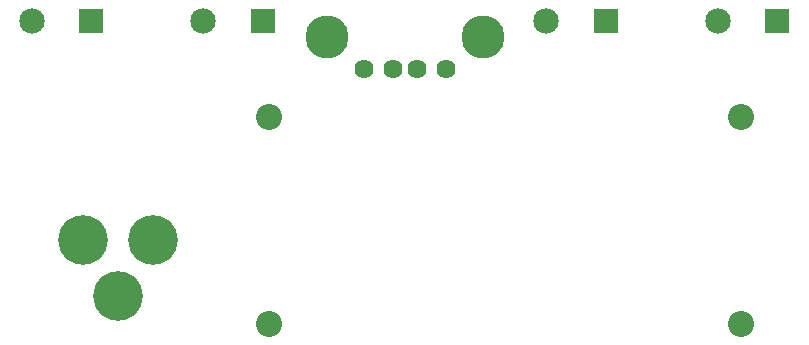
<source format=gbs>
G04*
G04 #@! TF.GenerationSoftware,Altium Limited,Altium Designer,23.4.1 (23)*
G04*
G04 Layer_Color=16711935*
%FSLAX44Y44*%
%MOMM*%
G71*
G04*
G04 #@! TF.SameCoordinates,AF02C922-6A1C-4A38-A695-A25B514CCAD0*
G04*
G04*
G04 #@! TF.FilePolarity,Negative*
G04*
G01*
G75*
%ADD13C,2.2032*%
%ADD14C,4.2032*%
%ADD15C,1.6232*%
%ADD16C,3.6532*%
%ADD17C,2.1532*%
%ADD18R,2.1532X2.1532*%
D13*
X1681480Y307600D02*
D03*
Y482600D02*
D03*
X2081480Y307600D02*
D03*
Y482600D02*
D03*
D14*
X1584000Y378460D02*
D03*
X1524000D02*
D03*
X1554000Y331460D02*
D03*
D15*
X1787050Y523030D02*
D03*
X1807050D02*
D03*
X1762050D02*
D03*
X1832050D02*
D03*
D16*
X1862750Y550130D02*
D03*
X1731350D02*
D03*
D17*
X1916812Y563819D02*
D03*
X1626418D02*
D03*
X2062010D02*
D03*
X1481220D02*
D03*
D18*
X1966812D02*
D03*
X1676417D02*
D03*
X2112010D02*
D03*
X1531220D02*
D03*
M02*

</source>
